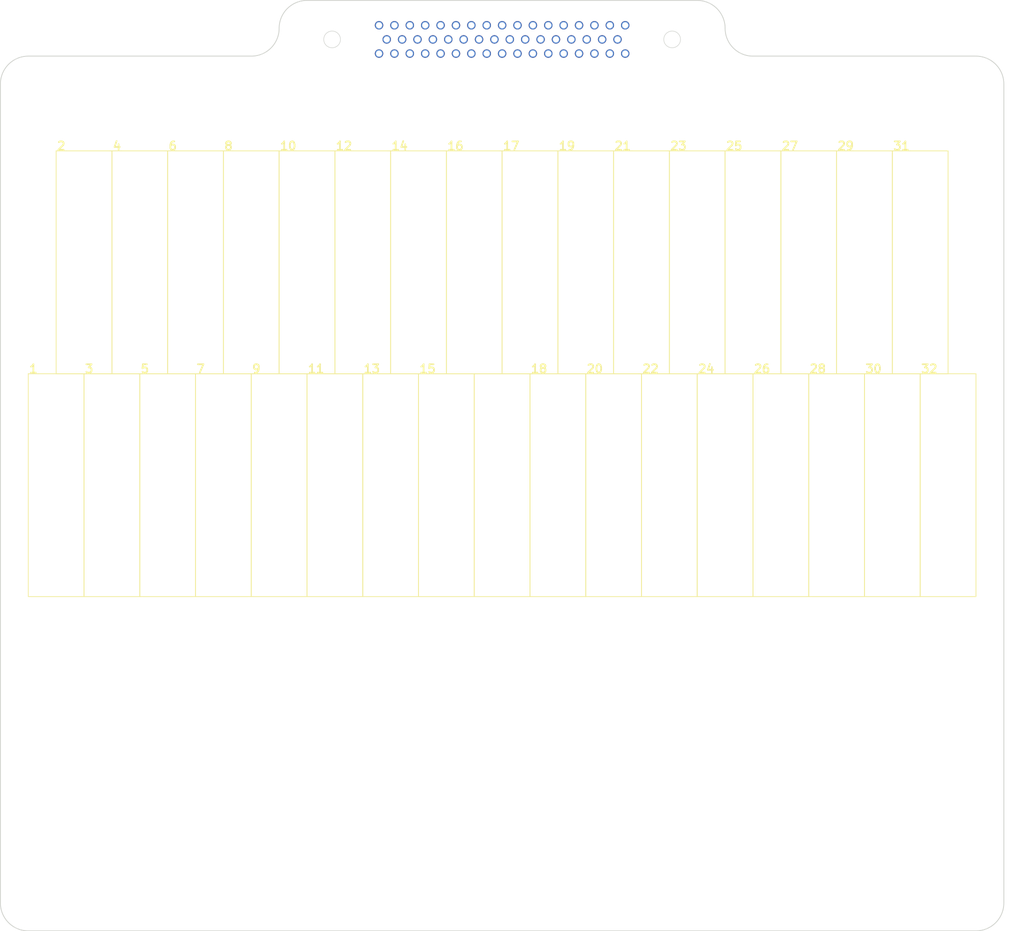
<source format=kicad_pcb>
(kicad_pcb (version 20221018) (generator pcbnew)
  (layers (0 "F.Cu" signal) (1 "In1.Cu" signal) (2 "In2.Cu" signal) (3 "In3.Cu" signal) (4 "In4.Cu" signal) (5 "In5.Cu" signal) (6 "In6.Cu" signal) (7 "In7.Cu" signal) (8 "In8.Cu" signal) (31 "B.Cu" signal) (34 "B.Paste" user) (35 "F.Paste" user) (36 "B.SilkS" user "B.Silkscreen") (37 "F.SilkS" user "F.Silkscreen") (38 "B.Mask" user) (39 "F.Mask" user) (44 "Edge.Cuts" user))
  (net 0 "")
  (footprint "1.Local.Library:CONN D-SUB PLUG 50POS RA SLDR" (layer "F.Cu") (at 121.38 20)
    (fp_text reference "REF**" hide)
    (fp_text value "CONN D-SUB PLUG 50POS RA SLDR" hide)
    (fp_circle (center -31.88 0) (end -30.38 0) (stroke (width 0.1)) (fill none) (layer "Edge.Cuts"))
    (fp_circle (center 29.12 0) (end 30.62 0) (stroke (width 0.1)) (fill none) (layer "Edge.Cuts"))
    (pad "1" thru_hole circle (at -23.46 -2.54) (size 1.524 1.524) (drill 1.1) (layers "*.Cu" "*.Mask"))
    (pad "2" thru_hole circle (at -20.7 -2.54) (size 1.524 1.524) (drill 1.1) (layers "*.Cu" "*.Mask"))
    (pad "3" thru_hole circle (at -17.94 -2.54) (size 1.524 1.524) (drill 1.1) (layers "*.Cu" "*.Mask"))
    (pad "4" thru_hole circle (at -15.18 -2.54) (size 1.524 1.524) (drill 1.1) (layers "*.Cu" "*.Mask"))
    (pad "5" thru_hole circle (at -12.42 -2.54) (size 1.524 1.524) (drill 1.1) (layers "*.Cu" "*.Mask"))
    (pad "6" thru_hole circle (at -9.66 -2.54) (size 1.524 1.524) (drill 1.1) (layers "*.Cu" "*.Mask"))
    (pad "7" thru_hole circle (at -6.9 -2.54) (size 1.524 1.524) (drill 1.1) (layers "*.Cu" "*.Mask"))
    (pad "8" thru_hole circle (at -4.14 -2.54) (size 1.524 1.524) (drill 1.1) (layers "*.Cu" "*.Mask"))
    (pad "9" thru_hole circle (at -1.38 -2.54) (size 1.524 1.524) (drill 1.1) (layers "*.Cu" "*.Mask"))
    (pad "10" thru_hole circle (at 1.38 -2.54) (size 1.524 1.524) (drill 1.1) (layers "*.Cu" "*.Mask"))
    (pad "11" thru_hole circle (at 4.14 -2.54) (size 1.524 1.524) (drill 1.1) (layers "*.Cu" "*.Mask"))
    (pad "12" thru_hole circle (at 6.9 -2.54) (size 1.524 1.524) (drill 1.1) (layers "*.Cu" "*.Mask"))
    (pad "13" thru_hole circle (at 9.66 -2.54) (size 1.524 1.524) (drill 1.1) (layers "*.Cu" "*.Mask"))
    (pad "14" thru_hole circle (at 12.42 -2.54) (size 1.524 1.524) (drill 1.1) (layers "*.Cu" "*.Mask"))
    (pad "15" thru_hole circle (at 15.18 -2.54) (size 1.524 1.524) (drill 1.1) (layers "*.Cu" "*.Mask"))
    (pad "16" thru_hole circle (at 17.94 -2.54) (size 1.524 1.524) (drill 1.1) (layers "*.Cu" "*.Mask"))
    (pad "17" thru_hole circle (at 20.7 -2.54) (size 1.524 1.524) (drill 1.1) (layers "*.Cu" "*.Mask"))
    (pad "18" thru_hole circle (at -22.08 0) (size 1.524 1.524) (drill 1.1) (layers "*.Cu" "*.Mask"))
    (pad "19" thru_hole circle (at -19.32 0) (size 1.524 1.524) (drill 1.1) (layers "*.Cu" "*.Mask"))
    (pad "20" thru_hole circle (at -16.56 0) (size 1.524 1.524) (drill 1.1) (layers "*.Cu" "*.Mask"))
    (pad "21" thru_hole circle (at -13.8 0) (size 1.524 1.524) (drill 1.1) (layers "*.Cu" "*.Mask"))
    (pad "22" thru_hole circle (at -11.04 0) (size 1.524 1.524) (drill 1.1) (layers "*.Cu" "*.Mask"))
    (pad "23" thru_hole circle (at -8.28 0) (size 1.524 1.524) (drill 1.1) (layers "*.Cu" "*.Mask"))
    (pad "24" thru_hole circle (at -5.52 0) (size 1.524 1.524) (drill 1.1) (layers "*.Cu" "*.Mask"))
    (pad "25" thru_hole circle (at -2.76 0) (size 1.524 1.524) (drill 1.1) (layers "*.Cu" "*.Mask"))
    (pad "26" thru_hole circle (at 0 0) (size 1.524 1.524) (drill 1.1) (layers "*.Cu" "*.Mask"))
    (pad "27" thru_hole circle (at 2.76 0) (size 1.524 1.524) (drill 1.1) (layers "*.Cu" "*.Mask"))
    (pad "28" thru_hole circle (at 5.52 0) (size 1.524 1.524) (drill 1.1) (layers "*.Cu" "*.Mask"))
    (pad "29" thru_hole circle (at 8.28 0) (size 1.524 1.524) (drill 1.1) (layers "*.Cu" "*.Mask"))
    (pad "30" thru_hole circle (at 11.04 0) (size 1.524 1.524) (drill 1.1) (layers "*.Cu" "*.Mask"))
    (pad "31" thru_hole circle (at 13.8 0) (size 1.524 1.524) (drill 1.1) (layers "*.Cu" "*.Mask"))
    (pad "32" thru_hole circle (at 16.56 0) (size 1.524 1.524) (drill 1.1) (layers "*.Cu" "*.Mask"))
    (pad "33" thru_hole circle (at 19.32 0) (size 1.524 1.524) (drill 1.1) (layers "*.Cu" "*.Mask"))
    (pad "34" thru_hole circle (at -23.46 2.54) (size 1.524 1.524) (drill 1.1) (layers "*.Cu" "*.Mask"))
    (pad "35" thru_hole circle (at -20.7 2.54) (size 1.524 1.524) (drill 1.1) (layers "*.Cu" "*.Mask"))
    (pad "36" thru_hole circle (at -17.94 2.54) (size 1.524 1.524) (drill 1.1) (layers "*.Cu" "*.Mask"))
    (pad "37" thru_hole circle (at -15.18 2.54) (size 1.524 1.524) (drill 1.1) (layers "*.Cu" "*.Mask"))
    (pad "38" thru_hole circle (at -12.42 2.54) (size 1.524 1.524) (drill 1.1) (layers "*.Cu" "*.Mask"))
    (pad "39" thru_hole circle (at -9.66 2.54) (size 1.524 1.524) (drill 1.1) (layers "*.Cu" "*.Mask"))
    (pad "40" thru_hole circle (at -6.9 2.54) (size 1.524 1.524) (drill 1.1) (layers "*.Cu" "*.Mask"))
    (pad "41" thru_hole circle (at -4.14 2.54) (size 1.524 1.524) (drill 1.1) (layers "*.Cu" "*.Mask"))
    (pad "42" thru_hole circle (at -1.38 2.54) (size 1.524 1.524) (drill 1.1) (layers "*.Cu" "*.Mask"))
    (pad "43" thru_hole circle (at 1.38 2.54) (size 1.524 1.524) (drill 1.1) (layers "*.Cu" "*.Mask"))
    (pad "44" thru_hole circle (at 4.14 2.54) (size 1.524 1.524) (drill 1.1) (layers "*.Cu" "*.Mask"))
    (pad "45" thru_hole circle (at 6.9 2.54) (size 1.524 1.524) (drill 1.1) (layers "*.Cu" "*.Mask"))
    (pad "46" thru_hole circle (at 9.66 2.54) (size 1.524 1.524) (drill 1.1) (layers "*.Cu" "*.Mask"))
    (pad "47" thru_hole circle (at 12.42 2.54) (size 1.524 1.524) (drill 1.1) (layers "*.Cu" "*.Mask"))
    (pad "48" thru_hole circle (at 15.18 2.54) (size 1.524 1.524) (drill 1.1) (layers "*.Cu" "*.Mask"))
    (pad "49" thru_hole circle (at 17.94 2.54) (size 1.524 1.524) (drill 1.1) (layers "*.Cu" "*.Mask"))
    (pad "50" thru_hole circle (at 20.7 2.54) (size 1.524 1.524) (drill 1.1) (layers "*.Cu" "*.Mask"))
  )
  (gr_rect (start 105 80) (end 115 120) (stroke (width 0.15)) (fill none) (layer "F.SilkS"))
  (gr_rect (start 140 40) (end 150 80) (stroke (width 0.15)) (fill none) (layer "F.SilkS"))
  (gr_rect (start 45 80) (end 55 120) (stroke (width 0.15)) (fill none) (layer "F.SilkS"))
  (gr_rect (start 65 80) (end 75 120) (stroke (width 0.15)) (fill none) (layer "F.SilkS"))
  (gr_rect (start 155 80) (end 165 120) (stroke (width 0.15)) (fill none) (layer "F.SilkS"))
  (gr_rect (start 150 40) (end 160 80) (stroke (width 0.15)) (fill none) (layer "F.SilkS"))
  (gr_rect (start 195 80) (end 205 120) (stroke (width 0.15)) (fill none) (layer "F.SilkS"))
  (gr_rect (start 165 80) (end 175 120) (stroke (width 0.15)) (fill none) (layer "F.SilkS"))
  (gr_rect (start 35 80) (end 45 120) (stroke (width 0.15)) (fill none) (layer "F.SilkS"))
  (gr_rect (start 50 40) (end 60 80) (stroke (width 0.15)) (fill none) (layer "F.SilkS"))
  (gr_rect (start 185 80) (end 195 120) (stroke (width 0.15)) (fill none) (layer "F.SilkS"))
  (gr_rect (start 170 40) (end 180 80) (stroke (width 0.15)) (fill none) (layer "F.SilkS"))
  (gr_rect (start 80 40) (end 90 80) (stroke (width 0.15)) (fill none) (layer "F.SilkS"))
  (gr_rect (start 75 80) (end 85 120) (stroke (width 0.15)) (fill none) (layer "F.SilkS"))
  (gr_rect (start 135 80) (end 145 120) (stroke (width 0.15)) (fill none) (layer "F.SilkS"))
  (gr_rect (start 55 80) (end 65 120) (stroke (width 0.15)) (fill none) (layer "F.SilkS"))
  (gr_rect (start 120 40) (end 130 80) (stroke (width 0.15)) (fill none) (layer "F.SilkS"))
  (gr_rect (start 130 40) (end 140 80) (stroke (width 0.15)) (fill none) (layer "F.SilkS"))
  (gr_rect (start 125 80) (end 135 120) (stroke (width 0.15)) (fill none) (layer "F.SilkS"))
  (gr_rect (start 180 40) (end 190 80) (stroke (width 0.15)) (fill none) (layer "F.SilkS"))
  (gr_rect (start 100 40) (end 110 80) (stroke (width 0.15)) (fill none) (layer "F.SilkS"))
  (gr_rect (start 40 40) (end 50 80) (stroke (width 0.15)) (fill none) (layer "F.SilkS"))
  (gr_rect (start 95 80) (end 105 120) (stroke (width 0.15)) (fill none) (layer "F.SilkS"))
  (gr_rect (start 160 40) (end 170 80) (stroke (width 0.15)) (fill none) (layer "F.SilkS"))
  (gr_rect (start 110 40) (end 120 80) (stroke (width 0.15)) (fill none) (layer "F.SilkS"))
  (gr_rect (start 85 80) (end 95 120) (stroke (width 0.15)) (fill none) (layer "F.SilkS"))
  (gr_rect (start 60 40) (end 70 80) (stroke (width 0.15)) (fill none) (layer "F.SilkS"))
  (gr_rect (start 175 80) (end 185 120) (stroke (width 0.15)) (fill none) (layer "F.SilkS"))
  (gr_rect (start 145 80) (end 155 120) (stroke (width 0.15)) (fill none) (layer "F.SilkS"))
  (gr_rect (start 70 40) (end 80 80) (stroke (width 0.15)) (fill none) (layer "F.SilkS"))
  (gr_rect (start 90 40) (end 100 80) (stroke (width 0.15)) (fill none) (layer "F.SilkS"))
  (gr_rect (start 190 40) (end 200 80) (stroke (width 0.15)) (fill none) (layer "F.SilkS"))
  (gr_rect (start 115 80) (end 125 120) (stroke (width 0.15)) (fill none) (layer "F.SilkS"))
  (gr_poly (pts (arc (start 205 180) (mid 208.535534 178.535534) (end 210 175)) (arc (start 210 28) (mid 208.535534 24.464466) (end 205 23)) (arc (start 165 23) (mid 161.464466 21.535534) (end 160 18)) (arc (start 160 18) (mid 158.535534 14.464466) (end 155 13)) (arc (start 85 13) (mid 81.464466 14.464466) (end 80 18)) (arc (start 80 18) (mid 78.535534 21.535534) (end 75 23)) (arc (start 35 23) (mid 31.464466 24.464466) (end 30 28)) (arc (start 30 175) (mid 31.464466 178.535534) (end 35 180))) (stroke (width 0.15)) (fill none) (layer "Edge.Cuts"))
  (gr_text "8" (at 70 40) (layer "F.SilkS") (effects (font (size 1.5 1.5) (thickness 0.3) bold) (justify left bottom)))
  (gr_text "14" (at 100 40) (layer "F.SilkS") (effects (font (size 1.5 1.5) (thickness 0.3) bold) (justify left bottom)))
  (gr_text "32" (at 195 80) (layer "F.SilkS") (effects (font (size 1.5 1.5) (thickness 0.3) bold) (justify left bottom)))
  (gr_text "17" (at 120 40) (layer "F.SilkS") (effects (font (size 1.5 1.5) (thickness 0.3) bold) (justify left bottom)))
  (gr_text "9" (at 75 80) (layer "F.SilkS") (effects (font (size 1.5 1.5) (thickness 0.3) bold) (justify left bottom)))
  (gr_text "16" (at 110 40) (layer "F.SilkS") (effects (font (size 1.5 1.5) (thickness 0.3) bold) (justify left bottom)))
  (gr_text "11" (at 85 80) (layer "F.SilkS") (effects (font (size 1.5 1.5) (thickness 0.3) bold) (justify left bottom)))
  (gr_text "29" (at 180 40) (layer "F.SilkS") (effects (font (size 1.5 1.5) (thickness 0.3) bold) (justify left bottom)))
  (gr_text "28" (at 175 80) (layer "F.SilkS") (effects (font (size 1.5 1.5) (thickness 0.3) bold) (justify left bottom)))
  (gr_text "30" (at 185 80) (layer "F.SilkS") (effects (font (size 1.5 1.5) (thickness 0.3) bold) (justify left bottom)))
  (gr_text "7" (at 65 80) (layer "F.SilkS") (effects (font (size 1.5 1.5) (thickness 0.3) bold) (justify left bottom)))
  (gr_text "31" (at 190 40) (layer "F.SilkS") (effects (font (size 1.5 1.5) (thickness 0.3) bold) (justify left bottom)))
  (gr_text "20" (at 135 80) (layer "F.SilkS") (effects (font (size 1.5 1.5) (thickness 0.3) bold) (justify left bottom)))
  (gr_text "18" (at 125 80) (layer "F.SilkS") (effects (font (size 1.5 1.5) (thickness 0.3) bold) (justify left bottom)))
  (gr_text "6" (at 60 40) (layer "F.SilkS") (effects (font (size 1.5 1.5) (thickness 0.3) bold) (justify left bottom)))
  (gr_text "26" (at 165 80) (layer "F.SilkS") (effects (font (size 1.5 1.5) (thickness 0.3) bold) (justify left bottom)))
  (gr_text "21" (at 140 40) (layer "F.SilkS") (effects (font (size 1.5 1.5) (thickness 0.3) bold) (justify left bottom)))
  (gr_text "1" (at 35 80) (layer "F.SilkS") (effects (font (size 1.5 1.5) (thickness 0.3) bold) (justify left bottom)))
  (gr_text "24" (at 155 80) (layer "F.SilkS") (effects (font (size 1.5 1.5) (thickness 0.3) bold) (justify left bottom)))
  (gr_text "4" (at 50 40) (layer "F.SilkS") (effects (font (size 1.5 1.5) (thickness 0.3) bold) (justify left bottom)))
  (gr_text "13" (at 95 80) (layer "F.SilkS") (effects (font (size 1.5 1.5) (thickness 0.3) bold) (justify left bottom)))
  (gr_text "12" (at 90 40) (layer "F.SilkS") (effects (font (size 1.5 1.5) (thickness 0.3) bold) (justify left bottom)))
  (gr_text "2" (at 40 40) (layer "F.SilkS") (effects (font (size 1.5 1.5) (thickness 0.3) bold) (justify left bottom)))
  (gr_text "19" (at 130 40) (layer "F.SilkS") (effects (font (size 1.5 1.5) (thickness 0.3) bold) (justify left bottom)))
  (gr_text "22" (at 145 80) (layer "F.SilkS") (effects (font (size 1.5 1.5) (thickness 0.3) bold) (justify left bottom)))
  (gr_text "23" (at 150 40) (layer "F.SilkS") (effects (font (size 1.5 1.5) (thickness 0.3) bold) (justify left bottom)))
  (gr_text "5" (at 55 80) (layer "F.SilkS") (effects (font (size 1.5 1.5) (thickness 0.3) bold) (justify left bottom)))
  (gr_text "15" (at 105 80) (layer "F.SilkS") (effects (font (size 1.5 1.5) (thickness 0.3) bold) (justify left bottom)))
  (gr_text "27" (at 170 40) (layer "F.SilkS") (effects (font (size 1.5 1.5) (thickness 0.3) bold) (justify left bottom)))
  (gr_text "3" (at 45 80) (layer "F.SilkS") (effects (font (size 1.5 1.5) (thickness 0.3) bold) (justify left bottom)))
  (gr_text "10" (at 80 40) (layer "F.SilkS") (effects (font (size 1.5 1.5) (thickness 0.3) bold) (justify left bottom)))
  (gr_text "25" (at 160 40) (layer "F.SilkS") (effects (font (size 1.5 1.5) (thickness 0.3) bold) (justify left bottom)))
)
</source>
